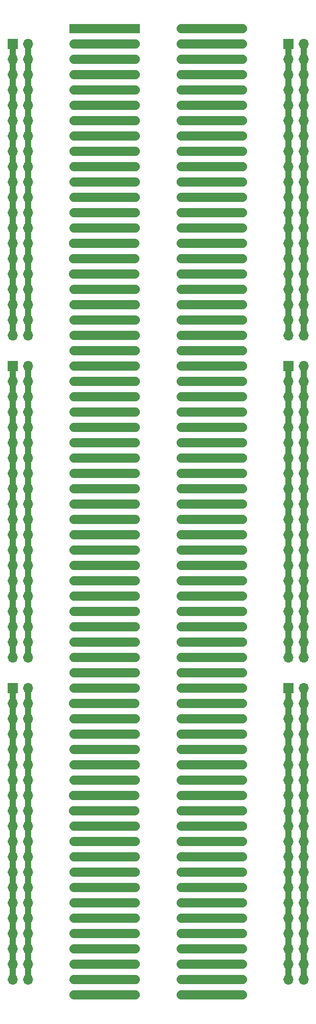
<source format=gbr>
%TF.GenerationSoftware,KiCad,Pcbnew,8.0.0*%
%TF.CreationDate,2024-03-14T18:24:49+00:00*%
%TF.ProjectId,ToastedBreadBoard128,546f6173-7465-4644-9272-656164426f61,rev?*%
%TF.SameCoordinates,Original*%
%TF.FileFunction,Copper,L1,Top*%
%TF.FilePolarity,Positive*%
%FSLAX46Y46*%
G04 Gerber Fmt 4.6, Leading zero omitted, Abs format (unit mm)*
G04 Created by KiCad (PCBNEW 8.0.0) date 2024-03-14 18:24:49*
%MOMM*%
%LPD*%
G01*
G04 APERTURE LIST*
%TA.AperFunction,ComponentPad*%
%ADD10R,1.524000X1.524000*%
%TD*%
%TA.AperFunction,ComponentPad*%
%ADD11C,1.524000*%
%TD*%
%TA.AperFunction,ComponentPad*%
%ADD12O,11.700000X1.524000*%
%TD*%
%TA.AperFunction,ComponentPad*%
%ADD13R,1.700000X1.700000*%
%TD*%
%TA.AperFunction,ComponentPad*%
%ADD14O,1.700000X1.700000*%
%TD*%
%TA.AperFunction,Conductor*%
%ADD15C,1.000000*%
%TD*%
G04 APERTURE END LIST*
D10*
%TO.P,U1,1,PIN1*%
%TO.N,unconnected-(U1-PIN1-Pad1)*%
X124460000Y-29210000D03*
D11*
X121920000Y-29210000D03*
D12*
X119380000Y-29210000D03*
D11*
X116840000Y-29210000D03*
D10*
X114300000Y-29210000D03*
D11*
%TO.P,U1,2,PIN2*%
%TO.N,unconnected-(U1-PIN2-Pad2)*%
X124460000Y-31750000D03*
X121920000Y-31750000D03*
D12*
X119380000Y-31750000D03*
D11*
X116840000Y-31750000D03*
X114300000Y-31750000D03*
%TO.P,U1,3,PIN3*%
%TO.N,unconnected-(U1-PIN3-Pad3)*%
X124460000Y-34290000D03*
X121920000Y-34290000D03*
D12*
X119380000Y-34290000D03*
D11*
X116840000Y-34290000D03*
X114300000Y-34290000D03*
%TO.P,U1,4,PIN4*%
%TO.N,unconnected-(U1-PIN4-Pad4)*%
X124460000Y-36830000D03*
X121920000Y-36830000D03*
D12*
X119380000Y-36830000D03*
D11*
X116840000Y-36830000D03*
X114300000Y-36830000D03*
%TO.P,U1,5,PIN5*%
%TO.N,unconnected-(U1-PIN5-Pad5)*%
X124460000Y-39370000D03*
X121920000Y-39370000D03*
D12*
X119380000Y-39370000D03*
D11*
X116840000Y-39370000D03*
X114300000Y-39370000D03*
%TO.P,U1,6,PIN6*%
%TO.N,unconnected-(U1-PIN6-Pad6)*%
X124460000Y-41910000D03*
X121920000Y-41910000D03*
D12*
X119380000Y-41910000D03*
D11*
X116840000Y-41910000D03*
X114300000Y-41910000D03*
%TO.P,U1,7,PIN7*%
%TO.N,unconnected-(U1-PIN7-Pad7)*%
X124460000Y-44450000D03*
X121920000Y-44450000D03*
D12*
X119380000Y-44450000D03*
D11*
X116840000Y-44450000D03*
X114300000Y-44450000D03*
%TO.P,U1,8,PIN8*%
%TO.N,unconnected-(U1-PIN8-Pad8)*%
X124460000Y-46990000D03*
X121920000Y-46990000D03*
D12*
X119380000Y-46990000D03*
D11*
X116840000Y-46990000D03*
X114300000Y-46990000D03*
%TO.P,U1,9,PIN9*%
%TO.N,unconnected-(U1-PIN9-Pad9)*%
X124460000Y-49530000D03*
X121920000Y-49530000D03*
D12*
X119380000Y-49530000D03*
D11*
X116840000Y-49530000D03*
X114300000Y-49530000D03*
%TO.P,U1,10,PIN10*%
%TO.N,unconnected-(U1-PIN10-Pad10)*%
X124460000Y-52070000D03*
X121920000Y-52070000D03*
D12*
X119380000Y-52070000D03*
D11*
X116840000Y-52070000D03*
X114300000Y-52070000D03*
%TO.P,U1,11,PIN11*%
%TO.N,unconnected-(U1-PIN11-Pad11)*%
X124460000Y-54610000D03*
X121920000Y-54610000D03*
D12*
X119380000Y-54610000D03*
D11*
X116840000Y-54610000D03*
X114300000Y-54610000D03*
%TO.P,U1,12,PIN12*%
%TO.N,unconnected-(U1-PIN12-Pad12)*%
X124460000Y-57150000D03*
X121920000Y-57150000D03*
D12*
X119380000Y-57150000D03*
D11*
X116840000Y-57150000D03*
X114300000Y-57150000D03*
%TO.P,U1,13,PIN13*%
%TO.N,unconnected-(U1-PIN13-Pad13)*%
X124460000Y-59690000D03*
X121920000Y-59690000D03*
D12*
X119380000Y-59690000D03*
D11*
X116840000Y-59690000D03*
X114300000Y-59690000D03*
%TO.P,U1,14,PIN14*%
%TO.N,unconnected-(U1-PIN14-Pad14)*%
X124460000Y-62230000D03*
X121920000Y-62230000D03*
D12*
X119380000Y-62230000D03*
D11*
X116840000Y-62230000D03*
X114300000Y-62230000D03*
%TO.P,U1,15,PIN15*%
%TO.N,unconnected-(U1-PIN15-Pad15)*%
X124360000Y-64770000D03*
X121820000Y-64770000D03*
D12*
X119280000Y-64770000D03*
D11*
X116740000Y-64770000D03*
X114200000Y-64770000D03*
%TO.P,U1,16,PIN16*%
%TO.N,unconnected-(U1-PIN16-Pad16)*%
X124360000Y-67310000D03*
X121820000Y-67310000D03*
D12*
X119280000Y-67310000D03*
D11*
X116740000Y-67310000D03*
X114200000Y-67310000D03*
%TO.P,U1,17,PIN17*%
%TO.N,unconnected-(U1-PIN17-Pad17)*%
X124360000Y-69850000D03*
X121820000Y-69850000D03*
D12*
X119280000Y-69850000D03*
D11*
X116740000Y-69850000D03*
X114200000Y-69850000D03*
%TO.P,U1,18,PIN18*%
%TO.N,unconnected-(U1-PIN18-Pad18)*%
X124460000Y-72390000D03*
X121920000Y-72390000D03*
D12*
X119380000Y-72390000D03*
D11*
X116840000Y-72390000D03*
X114300000Y-72390000D03*
%TO.P,U1,19,PIN19*%
%TO.N,unconnected-(U1-PIN19-Pad19)*%
X124460000Y-74930000D03*
X121920000Y-74930000D03*
D12*
X119380000Y-74930000D03*
D11*
X116840000Y-74930000D03*
X114300000Y-74930000D03*
%TO.P,U1,20,PIN20*%
%TO.N,unconnected-(U1-PIN20-Pad20)*%
X124460000Y-77470000D03*
X121920000Y-77470000D03*
D12*
X119380000Y-77470000D03*
D11*
X116840000Y-77470000D03*
X114300000Y-77470000D03*
%TO.P,U1,21,PIN21*%
%TO.N,unconnected-(U1-PIN21-Pad21)*%
X124460000Y-80010000D03*
X121920000Y-80010000D03*
D12*
X119380000Y-80010000D03*
D11*
X116840000Y-80010000D03*
X114300000Y-80010000D03*
%TO.P,U1,22,PIN22*%
%TO.N,unconnected-(U1-PIN22-Pad22)*%
X124460000Y-82550000D03*
X121920000Y-82550000D03*
D12*
X119380000Y-82550000D03*
D11*
X116840000Y-82550000D03*
X114300000Y-82550000D03*
%TO.P,U1,23,PIN23*%
%TO.N,unconnected-(U1-PIN23-Pad23)*%
X124460000Y-85090000D03*
X121920000Y-85090000D03*
D12*
X119380000Y-85090000D03*
D11*
X116840000Y-85090000D03*
X114300000Y-85090000D03*
%TO.P,U1,24,PIN24*%
%TO.N,unconnected-(U1-PIN24-Pad24)*%
X124460000Y-87630000D03*
X121920000Y-87630000D03*
D12*
X119380000Y-87630000D03*
D11*
X116840000Y-87630000D03*
X114300000Y-87630000D03*
%TO.P,U1,25,PIN25*%
%TO.N,unconnected-(U1-PIN25-Pad25)*%
X124460000Y-90170000D03*
X121920000Y-90170000D03*
D12*
X119380000Y-90170000D03*
D11*
X116840000Y-90170000D03*
X114300000Y-90170000D03*
%TO.P,U1,26,PIN26*%
%TO.N,unconnected-(U1-PIN26-Pad26)*%
X124460000Y-92710000D03*
X121920000Y-92710000D03*
D12*
X119380000Y-92710000D03*
D11*
X116840000Y-92710000D03*
X114300000Y-92710000D03*
%TO.P,U1,27,PIN27*%
%TO.N,unconnected-(U1-PIN27-Pad27)*%
X124460000Y-95250000D03*
X121920000Y-95250000D03*
D12*
X119380000Y-95250000D03*
D11*
X116840000Y-95250000D03*
X114300000Y-95250000D03*
%TO.P,U1,28,PIN28*%
%TO.N,unconnected-(U1-PIN28-Pad28)*%
X124460000Y-97790000D03*
X121920000Y-97790000D03*
D12*
X119380000Y-97790000D03*
D11*
X116840000Y-97790000D03*
X114300000Y-97790000D03*
%TO.P,U1,29,PIN29*%
%TO.N,unconnected-(U1-PIN29-Pad29)*%
X124460000Y-100330000D03*
X121820000Y-100330000D03*
D12*
X119380000Y-100330000D03*
D11*
X116740000Y-100330000D03*
X114300000Y-100330000D03*
%TO.P,U1,30,PIN30*%
%TO.N,unconnected-(U1-PIN30-Pad30)*%
X124460000Y-102870000D03*
X121920000Y-102870000D03*
D12*
X119380000Y-102870000D03*
D11*
X116840000Y-102870000D03*
X114300000Y-102870000D03*
%TO.P,U1,31,PIN31*%
%TO.N,unconnected-(U1-PIN31-Pad31)*%
X124460000Y-105410000D03*
X121920000Y-105410000D03*
D12*
X119380000Y-105410000D03*
D11*
X116840000Y-105410000D03*
X114300000Y-105410000D03*
%TO.P,U1,32,PIN32*%
%TO.N,unconnected-(U1-PIN32-Pad32)*%
X124460000Y-107950000D03*
X121920000Y-107950000D03*
D12*
X119380000Y-107950000D03*
D11*
X116840000Y-107950000D03*
X114300000Y-107950000D03*
%TO.P,U1,33,PIN33*%
%TO.N,unconnected-(U1-PIN33-Pad33)*%
X124460000Y-110490000D03*
X121920000Y-110490000D03*
D12*
X119380000Y-110490000D03*
D11*
X116840000Y-110490000D03*
X114300000Y-110490000D03*
%TO.P,U1,34,PIN34*%
%TO.N,unconnected-(U1-PIN34-Pad34)*%
X124460000Y-113030000D03*
X121920000Y-113030000D03*
D12*
X119380000Y-113030000D03*
D11*
X116840000Y-113030000D03*
X114300000Y-113030000D03*
%TO.P,U1,35,PIN35*%
%TO.N,unconnected-(U1-PIN35-Pad35)*%
X124460000Y-115570000D03*
X121920000Y-115570000D03*
D12*
X119380000Y-115570000D03*
D11*
X116840000Y-115570000D03*
X114300000Y-115570000D03*
%TO.P,U1,36,PIN36*%
%TO.N,unconnected-(U1-PIN36-Pad36)*%
X124460000Y-118110000D03*
X121920000Y-118110000D03*
D12*
X119380000Y-118110000D03*
D11*
X116840000Y-118110000D03*
X114300000Y-118110000D03*
%TO.P,U1,37,PIN37*%
%TO.N,unconnected-(U1-PIN37-Pad37)*%
X124460000Y-120650000D03*
X121920000Y-120650000D03*
D12*
X119380000Y-120650000D03*
D11*
X116840000Y-120650000D03*
X114300000Y-120650000D03*
%TO.P,U1,38,PIN38*%
%TO.N,unconnected-(U1-PIN38-Pad38)*%
X124460000Y-123190000D03*
X121920000Y-123190000D03*
D12*
X119380000Y-123190000D03*
D11*
X116840000Y-123190000D03*
X114300000Y-123190000D03*
%TO.P,U1,39,PIN39*%
%TO.N,unconnected-(U1-PIN39-Pad39)*%
X124460000Y-125730000D03*
X121920000Y-125730000D03*
D12*
X119380000Y-125730000D03*
D11*
X116840000Y-125730000D03*
X114300000Y-125730000D03*
%TO.P,U1,40,PIN40*%
%TO.N,unconnected-(U1-PIN40-Pad40)*%
X124460000Y-128270000D03*
X121920000Y-128270000D03*
D12*
X119380000Y-128270000D03*
D11*
X116840000Y-128270000D03*
X114300000Y-128270000D03*
%TO.P,U1,41,PIN41*%
%TO.N,unconnected-(U1-PIN41-Pad41)*%
X124460000Y-130810000D03*
X121920000Y-130810000D03*
D12*
X119380000Y-130810000D03*
D11*
X116840000Y-130810000D03*
X114300000Y-130810000D03*
%TO.P,U1,42,PIN42*%
%TO.N,unconnected-(U1-PIN42-Pad42)*%
X124460000Y-133350000D03*
X121920000Y-133350000D03*
D12*
X119380000Y-133350000D03*
D11*
X116840000Y-133350000D03*
X114300000Y-133350000D03*
%TO.P,U1,43,PIN43*%
%TO.N,unconnected-(U1-PIN43-Pad43)*%
X124460000Y-135890000D03*
X121920000Y-135890000D03*
D12*
X119380000Y-135890000D03*
D11*
X116840000Y-135890000D03*
X114300000Y-135890000D03*
%TO.P,U1,44,PIN44*%
%TO.N,unconnected-(U1-PIN44-Pad44)*%
X124460000Y-138430000D03*
X121920000Y-138430000D03*
D12*
X119380000Y-138430000D03*
D11*
X116840000Y-138430000D03*
X114300000Y-138430000D03*
%TO.P,U1,45,PIN45*%
%TO.N,unconnected-(U1-PIN45-Pad45)*%
X124360000Y-140970000D03*
X121820000Y-140970000D03*
D12*
X119280000Y-140970000D03*
D11*
X116740000Y-140970000D03*
X114200000Y-140970000D03*
%TO.P,U1,46,PIN46*%
%TO.N,unconnected-(U1-PIN46-Pad46)*%
X124460000Y-143510000D03*
X121920000Y-143510000D03*
D12*
X119380000Y-143510000D03*
D11*
X116840000Y-143510000D03*
X114300000Y-143510000D03*
%TO.P,U1,47,PIN47*%
%TO.N,unconnected-(U1-PIN47-Pad47)*%
X124460000Y-146050000D03*
X121920000Y-146050000D03*
D12*
X119380000Y-146050000D03*
D11*
X116840000Y-146050000D03*
X114300000Y-146050000D03*
%TO.P,U1,48,PIN48*%
%TO.N,unconnected-(U1-PIN48-Pad48)*%
X124460000Y-148590000D03*
X121920000Y-148590000D03*
D12*
X119380000Y-148590000D03*
D11*
X116840000Y-148590000D03*
X114300000Y-148590000D03*
%TO.P,U1,49,PIN49*%
%TO.N,unconnected-(U1-PIN49-Pad49)*%
X124460000Y-151130000D03*
X121920000Y-151130000D03*
D12*
X119380000Y-151130000D03*
D11*
X116840000Y-151130000D03*
X114300000Y-151130000D03*
%TO.P,U1,50,PIN50*%
%TO.N,unconnected-(U1-PIN50-Pad50)*%
X124460000Y-153670000D03*
X121920000Y-153670000D03*
D12*
X119380000Y-153670000D03*
D11*
X116840000Y-153670000D03*
X114300000Y-153670000D03*
%TO.P,U1,51,PIN51*%
%TO.N,unconnected-(U1-PIN51-Pad51)*%
X124360000Y-156210000D03*
X121820000Y-156210000D03*
D12*
X119280000Y-156210000D03*
D11*
X116740000Y-156210000D03*
X114200000Y-156210000D03*
%TO.P,U1,52,PIN52*%
%TO.N,unconnected-(U1-PIN52-Pad52)*%
X124360000Y-158750000D03*
X121820000Y-158750000D03*
D12*
X119280000Y-158750000D03*
D11*
X116740000Y-158750000D03*
X114200000Y-158750000D03*
%TO.P,U1,53,PIN53*%
%TO.N,unconnected-(U1-PIN53-Pad53)*%
X124460000Y-161290000D03*
X121920000Y-161290000D03*
D12*
X119380000Y-161290000D03*
D11*
X116840000Y-161290000D03*
X114300000Y-161290000D03*
%TO.P,U1,54,PIN54*%
%TO.N,unconnected-(U1-PIN54-Pad54)*%
X124460000Y-163830000D03*
X121920000Y-163830000D03*
D12*
X119380000Y-163830000D03*
D11*
X116840000Y-163830000D03*
X114300000Y-163830000D03*
%TO.P,U1,55,PIN55*%
%TO.N,unconnected-(U1-PIN55-Pad55)*%
X124460000Y-166370000D03*
X121920000Y-166370000D03*
D12*
X119380000Y-166370000D03*
D11*
X116840000Y-166370000D03*
X114300000Y-166370000D03*
%TO.P,U1,56,PIN56*%
%TO.N,unconnected-(U1-PIN56-Pad56)*%
X124460000Y-168910000D03*
X121920000Y-168910000D03*
D12*
X119380000Y-168910000D03*
D11*
X116840000Y-168910000D03*
X114300000Y-168910000D03*
%TO.P,U1,57,PIN57*%
%TO.N,unconnected-(U1-PIN57-Pad57)*%
X124460000Y-171450000D03*
X121920000Y-171450000D03*
D12*
X119380000Y-171450000D03*
D11*
X116840000Y-171450000D03*
X114300000Y-171450000D03*
%TO.P,U1,58,PIN58*%
%TO.N,unconnected-(U1-PIN58-Pad58)*%
X124460000Y-173990000D03*
X121920000Y-173990000D03*
D12*
X119380000Y-173990000D03*
D11*
X116840000Y-173990000D03*
X114300000Y-173990000D03*
%TO.P,U1,59,PIN59*%
%TO.N,unconnected-(U1-PIN59-Pad59)*%
X124460000Y-176530000D03*
X121920000Y-176530000D03*
D12*
X119380000Y-176530000D03*
D11*
X116840000Y-176530000D03*
X114300000Y-176530000D03*
%TO.P,U1,60,PIN60*%
%TO.N,unconnected-(U1-PIN60-Pad60)*%
X124460000Y-179070000D03*
X121920000Y-179070000D03*
D12*
X119380000Y-179070000D03*
D11*
X116840000Y-179070000D03*
X114300000Y-179070000D03*
%TO.P,U1,61,PIN61*%
%TO.N,unconnected-(U1-PIN61-Pad61)*%
X124460000Y-181610000D03*
X121920000Y-181610000D03*
D12*
X119380000Y-181610000D03*
D11*
X116840000Y-181610000D03*
X114300000Y-181610000D03*
%TO.P,U1,62,PIN62*%
%TO.N,unconnected-(U1-PIN62-Pad62)*%
X124460000Y-184150000D03*
X121920000Y-184150000D03*
D12*
X119380000Y-184150000D03*
D11*
X116840000Y-184150000D03*
X114300000Y-184150000D03*
%TO.P,U1,63,PIN63*%
%TO.N,unconnected-(U1-PIN63-Pad63)*%
X124460000Y-186690000D03*
X121920000Y-186690000D03*
D12*
X119380000Y-186690000D03*
D11*
X116840000Y-186690000D03*
X114300000Y-186690000D03*
%TO.P,U1,64,PIN64*%
%TO.N,unconnected-(U1-PIN64-Pad64)*%
X124460000Y-189230000D03*
X121920000Y-189230000D03*
D12*
X119380000Y-189230000D03*
D11*
X116840000Y-189230000D03*
X114300000Y-189230000D03*
%TO.P,U1,65,PIN65*%
%TO.N,unconnected-(U1-PIN65-Pad65)*%
X142240000Y-189230000D03*
X139700000Y-189230000D03*
D12*
X137160000Y-189230000D03*
D11*
X134620000Y-189230000D03*
X132080000Y-189230000D03*
%TO.P,U1,66,PIN66*%
%TO.N,unconnected-(U1-PIN66-Pad66)*%
X142240000Y-186690000D03*
X139700000Y-186690000D03*
D12*
X137160000Y-186690000D03*
D11*
X134620000Y-186690000D03*
X132080000Y-186690000D03*
%TO.P,U1,67,PIN67*%
%TO.N,unconnected-(U1-PIN67-Pad67)*%
X142240000Y-184150000D03*
X139700000Y-184150000D03*
D12*
X137160000Y-184150000D03*
D11*
X134620000Y-184150000D03*
X132080000Y-184150000D03*
%TO.P,U1,68,PIN68*%
%TO.N,unconnected-(U1-PIN68-Pad68)*%
X142240000Y-181610000D03*
X139700000Y-181610000D03*
D12*
X137160000Y-181610000D03*
D11*
X134620000Y-181610000D03*
X132080000Y-181610000D03*
%TO.P,U1,69,PIN69*%
%TO.N,unconnected-(U1-PIN69-Pad69)*%
X142240000Y-179070000D03*
X139700000Y-179070000D03*
D12*
X137160000Y-179070000D03*
D11*
X134620000Y-179070000D03*
X132080000Y-179070000D03*
%TO.P,U1,70,PIN70*%
%TO.N,unconnected-(U1-PIN70-Pad70)*%
X142240000Y-176530000D03*
X139700000Y-176530000D03*
D12*
X137160000Y-176530000D03*
D11*
X134620000Y-176530000D03*
X132080000Y-176530000D03*
%TO.P,U1,71,PIN71*%
%TO.N,unconnected-(U1-PIN71-Pad71)*%
X142240000Y-173990000D03*
X139700000Y-173990000D03*
D12*
X137160000Y-173990000D03*
D11*
X134620000Y-173990000D03*
X132080000Y-173990000D03*
%TO.P,U1,72,PIN72*%
%TO.N,unconnected-(U1-PIN72-Pad72)*%
X142240000Y-171450000D03*
X139700000Y-171450000D03*
D12*
X137160000Y-171450000D03*
D11*
X134620000Y-171450000D03*
X132080000Y-171450000D03*
%TO.P,U1,73,PIN73*%
%TO.N,unconnected-(U1-PIN73-Pad73)*%
X142240000Y-168910000D03*
X139700000Y-168910000D03*
D12*
X137160000Y-168910000D03*
D11*
X134620000Y-168910000D03*
X132080000Y-168910000D03*
%TO.P,U1,74,PIN74*%
%TO.N,unconnected-(U1-PIN74-Pad74)*%
X142240000Y-166370000D03*
X139700000Y-166370000D03*
D12*
X137160000Y-166370000D03*
D11*
X134620000Y-166370000D03*
X132080000Y-166370000D03*
%TO.P,U1,75,PIN75*%
%TO.N,unconnected-(U1-PIN75-Pad75)*%
X142240000Y-163830000D03*
X139700000Y-163830000D03*
D12*
X137160000Y-163830000D03*
D11*
X134620000Y-163830000D03*
X132080000Y-163830000D03*
%TO.P,U1,76,PIN76*%
%TO.N,unconnected-(U1-PIN76-Pad76)*%
X142240000Y-161290000D03*
X139700000Y-161290000D03*
D12*
X137160000Y-161290000D03*
D11*
X134620000Y-161290000D03*
X132080000Y-161290000D03*
%TO.P,U1,77,PIN77*%
%TO.N,unconnected-(U1-PIN77-Pad77)*%
X142240000Y-158750000D03*
X139700000Y-158750000D03*
D12*
X137160000Y-158750000D03*
D11*
X134620000Y-158750000D03*
X132080000Y-158750000D03*
%TO.P,U1,78,PIN78*%
%TO.N,unconnected-(U1-PIN78-Pad78)*%
X142240000Y-156210000D03*
X139700000Y-156210000D03*
D12*
X137160000Y-156210000D03*
D11*
X134620000Y-156210000D03*
X132080000Y-156210000D03*
%TO.P,U1,79,PIN79*%
%TO.N,unconnected-(U1-PIN79-Pad79)*%
X142240000Y-153670000D03*
X139700000Y-153670000D03*
D12*
X137160000Y-153670000D03*
D11*
X134620000Y-153670000D03*
X132080000Y-153670000D03*
%TO.P,U1,80,PIN80*%
%TO.N,unconnected-(U1-PIN80-Pad80)*%
X142240000Y-151130000D03*
X139700000Y-151130000D03*
D12*
X137160000Y-151130000D03*
D11*
X134620000Y-151130000D03*
X132080000Y-151130000D03*
%TO.P,U1,81,PIN81*%
%TO.N,unconnected-(U1-PIN81-Pad81)*%
X142240000Y-148590000D03*
X139700000Y-148590000D03*
D12*
X137160000Y-148590000D03*
D11*
X134620000Y-148590000D03*
X132080000Y-148590000D03*
%TO.P,U1,82,PIN82*%
%TO.N,unconnected-(U1-PIN82-Pad82)*%
X142240000Y-146050000D03*
X139700000Y-146050000D03*
D12*
X137160000Y-146050000D03*
D11*
X134620000Y-146050000D03*
X132080000Y-146050000D03*
%TO.P,U1,83,PIN83*%
%TO.N,unconnected-(U1-PIN83-Pad83)*%
X142240000Y-143510000D03*
X139700000Y-143510000D03*
D12*
X137160000Y-143510000D03*
D11*
X134620000Y-143510000D03*
X132080000Y-143510000D03*
%TO.P,U1,84,PIN84*%
%TO.N,unconnected-(U1-PIN84-Pad84)*%
X142240000Y-140970000D03*
X139700000Y-140970000D03*
D12*
X137160000Y-140970000D03*
D11*
X134620000Y-140970000D03*
X132080000Y-140970000D03*
%TO.P,U1,85,PIN85*%
%TO.N,unconnected-(U1-PIN85-Pad85)*%
X142240000Y-138430000D03*
X139700000Y-138430000D03*
D12*
X137160000Y-138430000D03*
D11*
X134620000Y-138430000D03*
X132080000Y-138430000D03*
%TO.P,U1,86,PIN86*%
%TO.N,unconnected-(U1-PIN86-Pad86)*%
X142240000Y-135890000D03*
X139700000Y-135890000D03*
D12*
X137160000Y-135890000D03*
D11*
X134620000Y-135890000D03*
X132080000Y-135890000D03*
%TO.P,U1,87,PIN87*%
%TO.N,unconnected-(U1-PIN87-Pad87)*%
X142240000Y-133350000D03*
X139700000Y-133350000D03*
D12*
X137160000Y-133350000D03*
D11*
X134620000Y-133350000D03*
X132080000Y-133350000D03*
%TO.P,U1,88,PIN88*%
%TO.N,unconnected-(U1-PIN88-Pad88)*%
X142240000Y-130810000D03*
X139700000Y-130810000D03*
D12*
X137160000Y-130810000D03*
D11*
X134620000Y-130810000D03*
X132080000Y-130810000D03*
%TO.P,U1,89,PIN89*%
%TO.N,unconnected-(U1-PIN89-Pad89)*%
X142240000Y-128270000D03*
X139700000Y-128270000D03*
D12*
X137160000Y-128270000D03*
D11*
X134620000Y-128270000D03*
X132080000Y-128270000D03*
%TO.P,U1,90,PIN90*%
%TO.N,unconnected-(U1-PIN90-Pad90)*%
X142240000Y-125730000D03*
X139700000Y-125730000D03*
D12*
X137160000Y-125730000D03*
D11*
X134620000Y-125730000D03*
X132080000Y-125730000D03*
%TO.P,U1,91,PIN91*%
%TO.N,unconnected-(U1-PIN91-Pad91)*%
X142240000Y-123190000D03*
X139700000Y-123190000D03*
D12*
X137160000Y-123190000D03*
D11*
X134620000Y-123190000D03*
X132080000Y-123190000D03*
%TO.P,U1,92,PIN92*%
%TO.N,unconnected-(U1-PIN92-Pad92)*%
X142240000Y-120650000D03*
X139700000Y-120650000D03*
D12*
X137160000Y-120650000D03*
D11*
X134620000Y-120650000D03*
X132080000Y-120650000D03*
%TO.P,U1,93,PIN93*%
%TO.N,unconnected-(U1-PIN93-Pad93)*%
X142240000Y-118110000D03*
X139700000Y-118110000D03*
D12*
X137160000Y-118110000D03*
D11*
X134620000Y-118110000D03*
X132080000Y-118110000D03*
%TO.P,U1,94,PIN94*%
%TO.N,unconnected-(U1-PIN94-Pad94)*%
X142240000Y-115570000D03*
X139700000Y-115570000D03*
D12*
X137160000Y-115570000D03*
D11*
X134620000Y-115570000D03*
X132080000Y-115570000D03*
%TO.P,U1,95,PIN95*%
%TO.N,unconnected-(U1-PIN95-Pad95)*%
X142240000Y-113030000D03*
X139700000Y-113030000D03*
D12*
X137160000Y-113030000D03*
D11*
X134620000Y-113030000D03*
X132080000Y-113030000D03*
%TO.P,U1,96,PIN96*%
%TO.N,unconnected-(U1-PIN96-Pad96)*%
X142240000Y-110490000D03*
X139700000Y-110490000D03*
D12*
X137160000Y-110490000D03*
D11*
X134620000Y-110490000D03*
X132080000Y-110490000D03*
%TO.P,U1,97,PIN97*%
%TO.N,unconnected-(U1-PIN97-Pad97)*%
X142240000Y-107950000D03*
X139700000Y-107950000D03*
D12*
X137160000Y-107950000D03*
D11*
X134620000Y-107950000D03*
X132080000Y-107950000D03*
%TO.P,U1,98,PIN98*%
%TO.N,unconnected-(U1-PIN98-Pad98)*%
X142240000Y-105410000D03*
X139700000Y-105410000D03*
D12*
X137160000Y-105410000D03*
D11*
X134620000Y-105410000D03*
X132080000Y-105410000D03*
%TO.P,U1,99,PIN99*%
%TO.N,unconnected-(U1-PIN99-Pad99)*%
X142240000Y-102870000D03*
X139700000Y-102870000D03*
D12*
X137160000Y-102870000D03*
D11*
X134620000Y-102870000D03*
X132080000Y-102870000D03*
%TO.P,U1,100,PIN100*%
%TO.N,unconnected-(U1-PIN100-Pad100)*%
X142240000Y-100330000D03*
X139700000Y-100330000D03*
D12*
X137160000Y-100330000D03*
D11*
X134620000Y-100330000D03*
X132080000Y-100330000D03*
%TO.P,U1,101,PIN101*%
%TO.N,unconnected-(U1-PIN101-Pad101)*%
X142240000Y-97790000D03*
X139700000Y-97790000D03*
D12*
X137160000Y-97790000D03*
D11*
X134620000Y-97790000D03*
X132080000Y-97790000D03*
%TO.P,U1,102,PIN102*%
%TO.N,unconnected-(U1-PIN102-Pad102)*%
X142240000Y-95250000D03*
X139700000Y-95250000D03*
D12*
X137160000Y-95250000D03*
D11*
X134620000Y-95250000D03*
X132080000Y-95250000D03*
%TO.P,U1,103,PIN103*%
%TO.N,unconnected-(U1-PIN103-Pad103)*%
X142240000Y-92710000D03*
X139700000Y-92710000D03*
D12*
X137160000Y-92710000D03*
D11*
X134620000Y-92710000D03*
X132080000Y-92710000D03*
%TO.P,U1,104,PIN104*%
%TO.N,unconnected-(U1-PIN104-Pad104)*%
X142240000Y-90170000D03*
X139700000Y-90170000D03*
D12*
X137160000Y-90170000D03*
D11*
X134620000Y-90170000D03*
X132080000Y-90170000D03*
%TO.P,U1,105,PIN105*%
%TO.N,unconnected-(U1-PIN105-Pad105)*%
X142240000Y-87630000D03*
X139700000Y-87630000D03*
D12*
X137160000Y-87630000D03*
D11*
X134620000Y-87630000D03*
X132080000Y-87630000D03*
%TO.P,U1,106,PIN106*%
%TO.N,unconnected-(U1-PIN106-Pad106)*%
X142240000Y-85090000D03*
X139700000Y-85090000D03*
D12*
X137160000Y-85090000D03*
D11*
X134620000Y-85090000D03*
X132080000Y-85090000D03*
%TO.P,U1,107,PIN107*%
%TO.N,unconnected-(U1-PIN107-Pad107)*%
X142240000Y-82550000D03*
X139700000Y-82550000D03*
D12*
X137160000Y-82550000D03*
D11*
X134620000Y-82550000D03*
X132080000Y-82550000D03*
%TO.P,U1,108,PIN108*%
%TO.N,unconnected-(U1-PIN108-Pad108)*%
X142240000Y-80010000D03*
X139700000Y-80010000D03*
D12*
X137160000Y-80010000D03*
D11*
X134620000Y-80010000D03*
X132080000Y-80010000D03*
%TO.P,U1,109,PIN109*%
%TO.N,unconnected-(U1-PIN109-Pad109)*%
X142240000Y-77470000D03*
X139700000Y-77470000D03*
D12*
X137160000Y-77470000D03*
D11*
X134620000Y-77470000D03*
X132080000Y-77470000D03*
%TO.P,U1,110,PIN110*%
%TO.N,unconnected-(U1-PIN110-Pad110)*%
X142240000Y-74930000D03*
X139700000Y-74930000D03*
D12*
X137160000Y-74930000D03*
D11*
X134620000Y-74930000D03*
X132080000Y-74930000D03*
%TO.P,U1,111,PIN111*%
%TO.N,unconnected-(U1-PIN111-Pad111)*%
X142240000Y-72390000D03*
X139700000Y-72390000D03*
D12*
X137160000Y-72390000D03*
D11*
X134620000Y-72390000D03*
X132080000Y-72390000D03*
%TO.P,U1,112,PIN112*%
%TO.N,unconnected-(U1-PIN112-Pad112)*%
X142240000Y-69850000D03*
X139700000Y-69850000D03*
D12*
X137160000Y-69850000D03*
D11*
X134620000Y-69850000D03*
X132080000Y-69850000D03*
%TO.P,U1,113,PIN113*%
%TO.N,unconnected-(U1-PIN113-Pad113)*%
X142240000Y-67310000D03*
X139700000Y-67310000D03*
D12*
X137160000Y-67310000D03*
D11*
X134620000Y-67310000D03*
X132080000Y-67310000D03*
%TO.P,U1,114,PIN114*%
%TO.N,unconnected-(U1-PIN114-Pad114)*%
X142240000Y-64770000D03*
X139700000Y-64770000D03*
D12*
X137160000Y-64770000D03*
D11*
X134620000Y-64770000D03*
X132080000Y-64770000D03*
%TO.P,U1,115,PIN115*%
%TO.N,unconnected-(U1-PIN115-Pad115)*%
X142240000Y-62230000D03*
X139700000Y-62230000D03*
D12*
X137160000Y-62230000D03*
D11*
X134620000Y-62230000D03*
X132080000Y-62230000D03*
%TO.P,U1,116,PIN116*%
%TO.N,unconnected-(U1-PIN116-Pad116)*%
X142240000Y-59690000D03*
X139700000Y-59690000D03*
D12*
X137160000Y-59690000D03*
D11*
X134620000Y-59690000D03*
X132080000Y-59690000D03*
%TO.P,U1,117,PIN117*%
%TO.N,unconnected-(U1-PIN117-Pad117)*%
X142240000Y-57150000D03*
X139700000Y-57150000D03*
D12*
X137160000Y-57150000D03*
D11*
X134620000Y-57150000D03*
X132080000Y-57150000D03*
%TO.P,U1,118,PIN118*%
%TO.N,unconnected-(U1-PIN118-Pad118)*%
X142240000Y-54610000D03*
X139700000Y-54610000D03*
D12*
X137160000Y-54610000D03*
D11*
X134620000Y-54610000D03*
X132080000Y-54610000D03*
%TO.P,U1,119,PIN119*%
%TO.N,unconnected-(U1-PIN119-Pad119)*%
X142240000Y-52070000D03*
X139700000Y-52070000D03*
D12*
X137160000Y-52070000D03*
D11*
X134620000Y-52070000D03*
X132080000Y-52070000D03*
%TO.P,U1,120,PIN120*%
%TO.N,unconnected-(U1-PIN120-Pad120)*%
X142240000Y-49530000D03*
X139700000Y-49530000D03*
D12*
X137160000Y-49530000D03*
D11*
X134620000Y-49530000D03*
X132080000Y-49530000D03*
%TO.P,U1,121,PIN121*%
%TO.N,unconnected-(U1-PIN121-Pad121)*%
X142240000Y-46990000D03*
X139700000Y-46990000D03*
D12*
X137160000Y-46990000D03*
D11*
X134620000Y-46990000D03*
X132080000Y-46990000D03*
%TO.P,U1,122,PIN122*%
%TO.N,unconnected-(U1-PIN122-Pad122)*%
X142240000Y-44450000D03*
X139700000Y-44450000D03*
D12*
X137160000Y-44450000D03*
D11*
X134620000Y-44450000D03*
X132080000Y-44450000D03*
%TO.P,U1,123,PIN123*%
%TO.N,unconnected-(U1-PIN123-Pad123)*%
X142240000Y-41910000D03*
X139700000Y-41910000D03*
D12*
X137160000Y-41910000D03*
D11*
X134620000Y-41910000D03*
X132080000Y-41910000D03*
%TO.P,U1,124,PIN124*%
%TO.N,unconnected-(U1-PIN124-Pad124)*%
X142240000Y-39370000D03*
X139700000Y-39370000D03*
D12*
X137160000Y-39370000D03*
D11*
X134620000Y-39370000D03*
X132080000Y-39370000D03*
%TO.P,U1,125,PIN125*%
%TO.N,unconnected-(U1-PIN125-Pad125)*%
X142240000Y-36830000D03*
X139700000Y-36830000D03*
D12*
X137160000Y-36830000D03*
D11*
X134620000Y-36830000D03*
X132080000Y-36830000D03*
%TO.P,U1,126,PIN126*%
%TO.N,unconnected-(U1-PIN126-Pad126)*%
X142240000Y-34290000D03*
X139700000Y-34290000D03*
D12*
X137160000Y-34290000D03*
D11*
X134620000Y-34290000D03*
X132080000Y-34290000D03*
%TO.P,U1,127,PIN125*%
%TO.N,unconnected-(U1-PIN125-Pad127)*%
X142240000Y-31750000D03*
X139700000Y-31750000D03*
D12*
X137160000Y-31750000D03*
D11*
X134620000Y-31750000D03*
X132080000Y-31750000D03*
%TO.P,U1,128,PIN126*%
%TO.N,unconnected-(U1-PIN126-Pad128)*%
X142240000Y-29210000D03*
X139700000Y-29210000D03*
D12*
X137160000Y-29210000D03*
D11*
X134620000Y-29210000D03*
X132080000Y-29210000D03*
%TD*%
D13*
%TO.P,J6,1,Pin_1*%
%TO.N,Net-(J6-Pin_1)*%
X149860000Y-138430000D03*
D14*
%TO.P,J6,2,Pin_2*%
%TO.N,Net-(J6-Pin_10)*%
X152400000Y-138430000D03*
%TO.P,J6,3,Pin_3*%
%TO.N,Net-(J6-Pin_1)*%
X149860000Y-140970000D03*
%TO.P,J6,4,Pin_4*%
%TO.N,Net-(J6-Pin_10)*%
X152400000Y-140970000D03*
%TO.P,J6,5,Pin_5*%
%TO.N,Net-(J6-Pin_1)*%
X149860000Y-143510000D03*
%TO.P,J6,6,Pin_6*%
%TO.N,Net-(J6-Pin_10)*%
X152400000Y-143510000D03*
%TO.P,J6,7,Pin_7*%
%TO.N,Net-(J6-Pin_1)*%
X149860000Y-146050000D03*
%TO.P,J6,8,Pin_8*%
%TO.N,Net-(J6-Pin_10)*%
X152400000Y-146050000D03*
%TO.P,J6,9,Pin_9*%
%TO.N,Net-(J6-Pin_1)*%
X149860000Y-148590000D03*
%TO.P,J6,10,Pin_10*%
%TO.N,Net-(J6-Pin_10)*%
X152400000Y-148590000D03*
%TO.P,J6,11,Pin_11*%
%TO.N,Net-(J6-Pin_1)*%
X149860000Y-151130000D03*
%TO.P,J6,12,Pin_12*%
%TO.N,Net-(J6-Pin_10)*%
X152400000Y-151130000D03*
%TO.P,J6,13,Pin_13*%
%TO.N,Net-(J6-Pin_1)*%
X149860000Y-153670000D03*
%TO.P,J6,14,Pin_14*%
%TO.N,Net-(J6-Pin_10)*%
X152400000Y-153670000D03*
%TO.P,J6,15,Pin_15*%
%TO.N,Net-(J6-Pin_1)*%
X149860000Y-156210000D03*
%TO.P,J6,16,Pin_16*%
%TO.N,Net-(J6-Pin_10)*%
X152400000Y-156210000D03*
%TO.P,J6,17,Pin_17*%
%TO.N,Net-(J6-Pin_1)*%
X149860000Y-158750000D03*
%TO.P,J6,18,Pin_18*%
%TO.N,Net-(J6-Pin_10)*%
X152400000Y-158750000D03*
%TO.P,J6,19,Pin_19*%
%TO.N,Net-(J6-Pin_1)*%
X149860000Y-161290000D03*
%TO.P,J6,20,Pin_20*%
%TO.N,Net-(J6-Pin_10)*%
X152400000Y-161290000D03*
%TO.P,J6,21,Pin_21*%
%TO.N,Net-(J6-Pin_1)*%
X149860000Y-163830000D03*
%TO.P,J6,22,Pin_22*%
%TO.N,Net-(J6-Pin_10)*%
X152400000Y-163830000D03*
%TO.P,J6,23,Pin_23*%
%TO.N,Net-(J6-Pin_1)*%
X149860000Y-166370000D03*
%TO.P,J6,24,Pin_24*%
%TO.N,Net-(J6-Pin_10)*%
X152400000Y-166370000D03*
%TO.P,J6,25,Pin_25*%
%TO.N,Net-(J6-Pin_1)*%
X149860000Y-168910000D03*
%TO.P,J6,26,Pin_26*%
%TO.N,Net-(J6-Pin_10)*%
X152400000Y-168910000D03*
%TO.P,J6,27,Pin_27*%
%TO.N,Net-(J6-Pin_1)*%
X149860000Y-171450000D03*
%TO.P,J6,28,Pin_28*%
%TO.N,Net-(J6-Pin_10)*%
X152400000Y-171450000D03*
%TO.P,J6,29,Pin_29*%
%TO.N,Net-(J6-Pin_1)*%
X149860000Y-173990000D03*
%TO.P,J6,30,Pin_30*%
%TO.N,Net-(J6-Pin_10)*%
X152400000Y-173990000D03*
%TO.P,J6,31,Pin_31*%
%TO.N,Net-(J6-Pin_1)*%
X149860000Y-176530000D03*
%TO.P,J6,32,Pin_32*%
%TO.N,Net-(J6-Pin_10)*%
X152400000Y-176530000D03*
%TO.P,J6,33,Pin_33*%
%TO.N,Net-(J6-Pin_1)*%
X149860000Y-179070000D03*
%TO.P,J6,34,Pin_34*%
%TO.N,Net-(J6-Pin_10)*%
X152400000Y-179070000D03*
%TO.P,J6,35,Pin_35*%
%TO.N,Net-(J6-Pin_1)*%
X149860000Y-181610000D03*
%TO.P,J6,36,Pin_36*%
%TO.N,Net-(J6-Pin_10)*%
X152400000Y-181610000D03*
%TO.P,J6,37,Pin_37*%
%TO.N,Net-(J6-Pin_1)*%
X149860000Y-184150000D03*
%TO.P,J6,38,Pin_38*%
%TO.N,Net-(J6-Pin_10)*%
X152400000Y-184150000D03*
%TO.P,J6,39,Pin_39*%
%TO.N,Net-(J6-Pin_1)*%
X149860000Y-186690000D03*
%TO.P,J6,40,Pin_40*%
%TO.N,Net-(J6-Pin_10)*%
X152400000Y-186690000D03*
%TD*%
D13*
%TO.P,J4,1,Pin_1*%
%TO.N,Net-(J4-Pin_1)*%
X149860000Y-31750000D03*
D14*
%TO.P,J4,2,Pin_2*%
%TO.N,Net-(J4-Pin_10)*%
X152400000Y-31750000D03*
%TO.P,J4,3,Pin_3*%
%TO.N,Net-(J4-Pin_1)*%
X149860000Y-34290000D03*
%TO.P,J4,4,Pin_4*%
%TO.N,Net-(J4-Pin_10)*%
X152400000Y-34290000D03*
%TO.P,J4,5,Pin_5*%
%TO.N,Net-(J4-Pin_1)*%
X149860000Y-36830000D03*
%TO.P,J4,6,Pin_6*%
%TO.N,Net-(J4-Pin_10)*%
X152400000Y-36830000D03*
%TO.P,J4,7,Pin_7*%
%TO.N,Net-(J4-Pin_1)*%
X149860000Y-39370000D03*
%TO.P,J4,8,Pin_8*%
%TO.N,Net-(J4-Pin_10)*%
X152400000Y-39370000D03*
%TO.P,J4,9,Pin_9*%
%TO.N,Net-(J4-Pin_1)*%
X149860000Y-41910000D03*
%TO.P,J4,10,Pin_10*%
%TO.N,Net-(J4-Pin_10)*%
X152400000Y-41910000D03*
%TO.P,J4,11,Pin_11*%
%TO.N,Net-(J4-Pin_1)*%
X149860000Y-44450000D03*
%TO.P,J4,12,Pin_12*%
%TO.N,Net-(J4-Pin_10)*%
X152400000Y-44450000D03*
%TO.P,J4,13,Pin_13*%
%TO.N,Net-(J4-Pin_1)*%
X149860000Y-46990000D03*
%TO.P,J4,14,Pin_14*%
%TO.N,Net-(J4-Pin_10)*%
X152400000Y-46990000D03*
%TO.P,J4,15,Pin_15*%
%TO.N,Net-(J4-Pin_1)*%
X149860000Y-49530000D03*
%TO.P,J4,16,Pin_16*%
%TO.N,Net-(J4-Pin_10)*%
X152400000Y-49530000D03*
%TO.P,J4,17,Pin_17*%
%TO.N,Net-(J4-Pin_1)*%
X149860000Y-52070000D03*
%TO.P,J4,18,Pin_18*%
%TO.N,Net-(J4-Pin_10)*%
X152400000Y-52070000D03*
%TO.P,J4,19,Pin_19*%
%TO.N,Net-(J4-Pin_1)*%
X149860000Y-54610000D03*
%TO.P,J4,20,Pin_20*%
%TO.N,Net-(J4-Pin_10)*%
X152400000Y-54610000D03*
%TO.P,J4,21,Pin_21*%
%TO.N,Net-(J4-Pin_1)*%
X149860000Y-57150000D03*
%TO.P,J4,22,Pin_22*%
%TO.N,Net-(J4-Pin_10)*%
X152400000Y-57150000D03*
%TO.P,J4,23,Pin_23*%
%TO.N,Net-(J4-Pin_1)*%
X149860000Y-59690000D03*
%TO.P,J4,24,Pin_24*%
%TO.N,Net-(J4-Pin_10)*%
X152400000Y-59690000D03*
%TO.P,J4,25,Pin_25*%
%TO.N,Net-(J4-Pin_1)*%
X149860000Y-62230000D03*
%TO.P,J4,26,Pin_26*%
%TO.N,Net-(J4-Pin_10)*%
X152400000Y-62230000D03*
%TO.P,J4,27,Pin_27*%
%TO.N,Net-(J4-Pin_1)*%
X149860000Y-64770000D03*
%TO.P,J4,28,Pin_28*%
%TO.N,Net-(J4-Pin_10)*%
X152400000Y-64770000D03*
%TO.P,J4,29,Pin_29*%
%TO.N,Net-(J4-Pin_1)*%
X149860000Y-67310000D03*
%TO.P,J4,30,Pin_30*%
%TO.N,Net-(J4-Pin_10)*%
X152400000Y-67310000D03*
%TO.P,J4,31,Pin_31*%
%TO.N,Net-(J4-Pin_1)*%
X149860000Y-69850000D03*
%TO.P,J4,32,Pin_32*%
%TO.N,Net-(J4-Pin_10)*%
X152400000Y-69850000D03*
%TO.P,J4,33,Pin_33*%
%TO.N,Net-(J4-Pin_1)*%
X149860000Y-72390000D03*
%TO.P,J4,34,Pin_34*%
%TO.N,Net-(J4-Pin_10)*%
X152400000Y-72390000D03*
%TO.P,J4,35,Pin_35*%
%TO.N,Net-(J4-Pin_1)*%
X149860000Y-74930000D03*
%TO.P,J4,36,Pin_36*%
%TO.N,Net-(J4-Pin_10)*%
X152400000Y-74930000D03*
%TO.P,J4,37,Pin_37*%
%TO.N,Net-(J4-Pin_1)*%
X149860000Y-77470000D03*
%TO.P,J4,38,Pin_38*%
%TO.N,Net-(J4-Pin_10)*%
X152400000Y-77470000D03*
%TO.P,J4,39,Pin_39*%
%TO.N,Net-(J4-Pin_1)*%
X149860000Y-80010000D03*
%TO.P,J4,40,Pin_40*%
%TO.N,Net-(J4-Pin_10)*%
X152400000Y-80010000D03*
%TD*%
D13*
%TO.P,J2,1,Pin_1*%
%TO.N,Net-(J2-Pin_1)*%
X104140000Y-85090000D03*
D14*
%TO.P,J2,2,Pin_2*%
%TO.N,Net-(J2-Pin_10)*%
X106680000Y-85090000D03*
%TO.P,J2,3,Pin_3*%
%TO.N,Net-(J2-Pin_1)*%
X104140000Y-87630000D03*
%TO.P,J2,4,Pin_4*%
%TO.N,Net-(J2-Pin_10)*%
X106680000Y-87630000D03*
%TO.P,J2,5,Pin_5*%
%TO.N,Net-(J2-Pin_1)*%
X104140000Y-90170000D03*
%TO.P,J2,6,Pin_6*%
%TO.N,Net-(J2-Pin_10)*%
X106680000Y-90170000D03*
%TO.P,J2,7,Pin_7*%
%TO.N,Net-(J2-Pin_1)*%
X104140000Y-92710000D03*
%TO.P,J2,8,Pin_8*%
%TO.N,Net-(J2-Pin_10)*%
X106680000Y-92710000D03*
%TO.P,J2,9,Pin_9*%
%TO.N,Net-(J2-Pin_1)*%
X104140000Y-95250000D03*
%TO.P,J2,10,Pin_10*%
%TO.N,Net-(J2-Pin_10)*%
X106680000Y-95250000D03*
%TO.P,J2,11,Pin_11*%
%TO.N,Net-(J2-Pin_1)*%
X104140000Y-97790000D03*
%TO.P,J2,12,Pin_12*%
%TO.N,Net-(J2-Pin_10)*%
X106680000Y-97790000D03*
%TO.P,J2,13,Pin_13*%
%TO.N,Net-(J2-Pin_1)*%
X104140000Y-100330000D03*
%TO.P,J2,14,Pin_14*%
%TO.N,Net-(J2-Pin_10)*%
X106680000Y-100330000D03*
%TO.P,J2,15,Pin_15*%
%TO.N,Net-(J2-Pin_1)*%
X104140000Y-102870000D03*
%TO.P,J2,16,Pin_16*%
%TO.N,Net-(J2-Pin_10)*%
X106680000Y-102870000D03*
%TO.P,J2,17,Pin_17*%
%TO.N,Net-(J2-Pin_1)*%
X104140000Y-105410000D03*
%TO.P,J2,18,Pin_18*%
%TO.N,Net-(J2-Pin_10)*%
X106680000Y-105410000D03*
%TO.P,J2,19,Pin_19*%
%TO.N,Net-(J2-Pin_1)*%
X104140000Y-107950000D03*
%TO.P,J2,20,Pin_20*%
%TO.N,Net-(J2-Pin_10)*%
X106680000Y-107950000D03*
%TO.P,J2,21,Pin_21*%
%TO.N,Net-(J2-Pin_1)*%
X104140000Y-110490000D03*
%TO.P,J2,22,Pin_22*%
%TO.N,Net-(J2-Pin_10)*%
X106680000Y-110490000D03*
%TO.P,J2,23,Pin_23*%
%TO.N,Net-(J2-Pin_1)*%
X104140000Y-113030000D03*
%TO.P,J2,24,Pin_24*%
%TO.N,Net-(J2-Pin_10)*%
X106680000Y-113030000D03*
%TO.P,J2,25,Pin_25*%
%TO.N,Net-(J2-Pin_1)*%
X104140000Y-115570000D03*
%TO.P,J2,26,Pin_26*%
%TO.N,Net-(J2-Pin_10)*%
X106680000Y-115570000D03*
%TO.P,J2,27,Pin_27*%
%TO.N,Net-(J2-Pin_1)*%
X104140000Y-118110000D03*
%TO.P,J2,28,Pin_28*%
%TO.N,Net-(J2-Pin_10)*%
X106680000Y-118110000D03*
%TO.P,J2,29,Pin_29*%
%TO.N,Net-(J2-Pin_1)*%
X104140000Y-120650000D03*
%TO.P,J2,30,Pin_30*%
%TO.N,Net-(J2-Pin_10)*%
X106680000Y-120650000D03*
%TO.P,J2,31,Pin_31*%
%TO.N,Net-(J2-Pin_1)*%
X104140000Y-123190000D03*
%TO.P,J2,32,Pin_32*%
%TO.N,Net-(J2-Pin_10)*%
X106680000Y-123190000D03*
%TO.P,J2,33,Pin_33*%
%TO.N,Net-(J2-Pin_1)*%
X104140000Y-125730000D03*
%TO.P,J2,34,Pin_34*%
%TO.N,Net-(J2-Pin_10)*%
X106680000Y-125730000D03*
%TO.P,J2,35,Pin_35*%
%TO.N,Net-(J2-Pin_1)*%
X104140000Y-128270000D03*
%TO.P,J2,36,Pin_36*%
%TO.N,Net-(J2-Pin_10)*%
X106680000Y-128270000D03*
%TO.P,J2,37,Pin_37*%
%TO.N,Net-(J2-Pin_1)*%
X104140000Y-130810000D03*
%TO.P,J2,38,Pin_38*%
%TO.N,Net-(J2-Pin_10)*%
X106680000Y-130810000D03*
%TO.P,J2,39,Pin_39*%
%TO.N,Net-(J2-Pin_1)*%
X104140000Y-133350000D03*
%TO.P,J2,40,Pin_40*%
%TO.N,Net-(J2-Pin_10)*%
X106680000Y-133350000D03*
%TD*%
D13*
%TO.P,J1,1,Pin_1*%
%TO.N,Net-(J1-Pin_1)*%
X104140000Y-31750000D03*
D14*
%TO.P,J1,2,Pin_2*%
%TO.N,Net-(J1-Pin_10)*%
X106680000Y-31750000D03*
%TO.P,J1,3,Pin_3*%
%TO.N,Net-(J1-Pin_1)*%
X104140000Y-34290000D03*
%TO.P,J1,4,Pin_4*%
%TO.N,Net-(J1-Pin_10)*%
X106680000Y-34290000D03*
%TO.P,J1,5,Pin_5*%
%TO.N,Net-(J1-Pin_1)*%
X104140000Y-36830000D03*
%TO.P,J1,6,Pin_6*%
%TO.N,Net-(J1-Pin_10)*%
X106680000Y-36830000D03*
%TO.P,J1,7,Pin_7*%
%TO.N,Net-(J1-Pin_1)*%
X104140000Y-39370000D03*
%TO.P,J1,8,Pin_8*%
%TO.N,Net-(J1-Pin_10)*%
X106680000Y-39370000D03*
%TO.P,J1,9,Pin_9*%
%TO.N,Net-(J1-Pin_1)*%
X104140000Y-41910000D03*
%TO.P,J1,10,Pin_10*%
%TO.N,Net-(J1-Pin_10)*%
X106680000Y-41910000D03*
%TO.P,J1,11,Pin_11*%
%TO.N,Net-(J1-Pin_1)*%
X104140000Y-44450000D03*
%TO.P,J1,12,Pin_12*%
%TO.N,Net-(J1-Pin_10)*%
X106680000Y-44450000D03*
%TO.P,J1,13,Pin_13*%
%TO.N,Net-(J1-Pin_1)*%
X104140000Y-46990000D03*
%TO.P,J1,14,Pin_14*%
%TO.N,Net-(J1-Pin_10)*%
X106680000Y-46990000D03*
%TO.P,J1,15,Pin_15*%
%TO.N,Net-(J1-Pin_1)*%
X104140000Y-49530000D03*
%TO.P,J1,16,Pin_16*%
%TO.N,Net-(J1-Pin_10)*%
X106680000Y-49530000D03*
%TO.P,J1,17,Pin_17*%
%TO.N,Net-(J1-Pin_1)*%
X104140000Y-52070000D03*
%TO.P,J1,18,Pin_18*%
%TO.N,Net-(J1-Pin_10)*%
X106680000Y-52070000D03*
%TO.P,J1,19,Pin_19*%
%TO.N,Net-(J1-Pin_1)*%
X104140000Y-54610000D03*
%TO.P,J1,20,Pin_20*%
%TO.N,Net-(J1-Pin_10)*%
X106680000Y-54610000D03*
%TO.P,J1,21,Pin_21*%
%TO.N,Net-(J1-Pin_1)*%
X104140000Y-57150000D03*
%TO.P,J1,22,Pin_22*%
%TO.N,Net-(J1-Pin_10)*%
X106680000Y-57150000D03*
%TO.P,J1,23,Pin_23*%
%TO.N,Net-(J1-Pin_1)*%
X104140000Y-59690000D03*
%TO.P,J1,24,Pin_24*%
%TO.N,Net-(J1-Pin_10)*%
X106680000Y-59690000D03*
%TO.P,J1,25,Pin_25*%
%TO.N,Net-(J1-Pin_1)*%
X104140000Y-62230000D03*
%TO.P,J1,26,Pin_26*%
%TO.N,Net-(J1-Pin_10)*%
X106680000Y-62230000D03*
%TO.P,J1,27,Pin_27*%
%TO.N,Net-(J1-Pin_1)*%
X104140000Y-64770000D03*
%TO.P,J1,28,Pin_28*%
%TO.N,Net-(J1-Pin_10)*%
X106680000Y-64770000D03*
%TO.P,J1,29,Pin_29*%
%TO.N,Net-(J1-Pin_1)*%
X104140000Y-67310000D03*
%TO.P,J1,30,Pin_30*%
%TO.N,Net-(J1-Pin_10)*%
X106680000Y-67310000D03*
%TO.P,J1,31,Pin_31*%
%TO.N,Net-(J1-Pin_1)*%
X104140000Y-69850000D03*
%TO.P,J1,32,Pin_32*%
%TO.N,Net-(J1-Pin_10)*%
X106680000Y-69850000D03*
%TO.P,J1,33,Pin_33*%
%TO.N,Net-(J1-Pin_1)*%
X104140000Y-72390000D03*
%TO.P,J1,34,Pin_34*%
%TO.N,Net-(J1-Pin_10)*%
X106680000Y-72390000D03*
%TO.P,J1,35,Pin_35*%
%TO.N,Net-(J1-Pin_1)*%
X104140000Y-74930000D03*
%TO.P,J1,36,Pin_36*%
%TO.N,Net-(J1-Pin_10)*%
X106680000Y-74930000D03*
%TO.P,J1,37,Pin_37*%
%TO.N,Net-(J1-Pin_1)*%
X104140000Y-77470000D03*
%TO.P,J1,38,Pin_38*%
%TO.N,Net-(J1-Pin_10)*%
X106680000Y-77470000D03*
%TO.P,J1,39,Pin_39*%
%TO.N,Net-(J1-Pin_1)*%
X104140000Y-80010000D03*
%TO.P,J1,40,Pin_40*%
%TO.N,Net-(J1-Pin_10)*%
X106680000Y-80010000D03*
%TD*%
D13*
%TO.P,J3,1,Pin_1*%
%TO.N,Net-(J3-Pin_1)*%
X104140000Y-138430000D03*
D14*
%TO.P,J3,2,Pin_2*%
%TO.N,Net-(J3-Pin_10)*%
X106680000Y-138430000D03*
%TO.P,J3,3,Pin_3*%
%TO.N,Net-(J3-Pin_1)*%
X104140000Y-140970000D03*
%TO.P,J3,4,Pin_4*%
%TO.N,Net-(J3-Pin_10)*%
X106680000Y-140970000D03*
%TO.P,J3,5,Pin_5*%
%TO.N,Net-(J3-Pin_1)*%
X104140000Y-143510000D03*
%TO.P,J3,6,Pin_6*%
%TO.N,Net-(J3-Pin_10)*%
X106680000Y-143510000D03*
%TO.P,J3,7,Pin_7*%
%TO.N,Net-(J3-Pin_1)*%
X104140000Y-146050000D03*
%TO.P,J3,8,Pin_8*%
%TO.N,Net-(J3-Pin_10)*%
X106680000Y-146050000D03*
%TO.P,J3,9,Pin_9*%
%TO.N,Net-(J3-Pin_1)*%
X104140000Y-148590000D03*
%TO.P,J3,10,Pin_10*%
%TO.N,Net-(J3-Pin_10)*%
X106680000Y-148590000D03*
%TO.P,J3,11,Pin_11*%
%TO.N,Net-(J3-Pin_1)*%
X104140000Y-151130000D03*
%TO.P,J3,12,Pin_12*%
%TO.N,Net-(J3-Pin_10)*%
X106680000Y-151130000D03*
%TO.P,J3,13,Pin_13*%
%TO.N,Net-(J3-Pin_1)*%
X104140000Y-153670000D03*
%TO.P,J3,14,Pin_14*%
%TO.N,Net-(J3-Pin_10)*%
X106680000Y-153670000D03*
%TO.P,J3,15,Pin_15*%
%TO.N,Net-(J3-Pin_1)*%
X104140000Y-156210000D03*
%TO.P,J3,16,Pin_16*%
%TO.N,Net-(J3-Pin_10)*%
X106680000Y-156210000D03*
%TO.P,J3,17,Pin_17*%
%TO.N,Net-(J3-Pin_1)*%
X104140000Y-158750000D03*
%TO.P,J3,18,Pin_18*%
%TO.N,Net-(J3-Pin_10)*%
X106680000Y-158750000D03*
%TO.P,J3,19,Pin_19*%
%TO.N,Net-(J3-Pin_1)*%
X104140000Y-161290000D03*
%TO.P,J3,20,Pin_20*%
%TO.N,Net-(J3-Pin_10)*%
X106680000Y-161290000D03*
%TO.P,J3,21,Pin_21*%
%TO.N,Net-(J3-Pin_1)*%
X104140000Y-163830000D03*
%TO.P,J3,22,Pin_22*%
%TO.N,Net-(J3-Pin_10)*%
X106680000Y-163830000D03*
%TO.P,J3,23,Pin_23*%
%TO.N,Net-(J3-Pin_1)*%
X104140000Y-166370000D03*
%TO.P,J3,24,Pin_24*%
%TO.N,Net-(J3-Pin_10)*%
X106680000Y-166370000D03*
%TO.P,J3,25,Pin_25*%
%TO.N,Net-(J3-Pin_1)*%
X104140000Y-168910000D03*
%TO.P,J3,26,Pin_26*%
%TO.N,Net-(J3-Pin_10)*%
X106680000Y-168910000D03*
%TO.P,J3,27,Pin_27*%
%TO.N,Net-(J3-Pin_1)*%
X104140000Y-171450000D03*
%TO.P,J3,28,Pin_28*%
%TO.N,Net-(J3-Pin_10)*%
X106680000Y-171450000D03*
%TO.P,J3,29,Pin_29*%
%TO.N,Net-(J3-Pin_1)*%
X104140000Y-173990000D03*
%TO.P,J3,30,Pin_30*%
%TO.N,Net-(J3-Pin_10)*%
X106680000Y-173990000D03*
%TO.P,J3,31,Pin_31*%
%TO.N,Net-(J3-Pin_1)*%
X104140000Y-176530000D03*
%TO.P,J3,32,Pin_32*%
%TO.N,Net-(J3-Pin_10)*%
X106680000Y-176530000D03*
%TO.P,J3,33,Pin_33*%
%TO.N,Net-(J3-Pin_1)*%
X104140000Y-179070000D03*
%TO.P,J3,34,Pin_34*%
%TO.N,Net-(J3-Pin_10)*%
X106680000Y-179070000D03*
%TO.P,J3,35,Pin_35*%
%TO.N,Net-(J3-Pin_1)*%
X104140000Y-181610000D03*
%TO.P,J3,36,Pin_36*%
%TO.N,Net-(J3-Pin_10)*%
X106680000Y-181610000D03*
%TO.P,J3,37,Pin_37*%
%TO.N,Net-(J3-Pin_1)*%
X104140000Y-184150000D03*
%TO.P,J3,38,Pin_38*%
%TO.N,Net-(J3-Pin_10)*%
X106680000Y-184150000D03*
%TO.P,J3,39,Pin_39*%
%TO.N,Net-(J3-Pin_1)*%
X104140000Y-186690000D03*
%TO.P,J3,40,Pin_40*%
%TO.N,Net-(J3-Pin_10)*%
X106680000Y-186690000D03*
%TD*%
D13*
%TO.P,J5,1,Pin_1*%
%TO.N,Net-(J5-Pin_1)*%
X149860000Y-85090000D03*
D14*
%TO.P,J5,2,Pin_2*%
%TO.N,Net-(J5-Pin_10)*%
X152400000Y-85090000D03*
%TO.P,J5,3,Pin_3*%
%TO.N,Net-(J5-Pin_1)*%
X149860000Y-87630000D03*
%TO.P,J5,4,Pin_4*%
%TO.N,Net-(J5-Pin_10)*%
X152400000Y-87630000D03*
%TO.P,J5,5,Pin_5*%
%TO.N,Net-(J5-Pin_1)*%
X149860000Y-90170000D03*
%TO.P,J5,6,Pin_6*%
%TO.N,Net-(J5-Pin_10)*%
X152400000Y-90170000D03*
%TO.P,J5,7,Pin_7*%
%TO.N,Net-(J5-Pin_1)*%
X149860000Y-92710000D03*
%TO.P,J5,8,Pin_8*%
%TO.N,Net-(J5-Pin_10)*%
X152400000Y-92710000D03*
%TO.P,J5,9,Pin_9*%
%TO.N,Net-(J5-Pin_1)*%
X149860000Y-95250000D03*
%TO.P,J5,10,Pin_10*%
%TO.N,Net-(J5-Pin_10)*%
X152400000Y-95250000D03*
%TO.P,J5,11,Pin_11*%
%TO.N,Net-(J5-Pin_1)*%
X149860000Y-97790000D03*
%TO.P,J5,12,Pin_12*%
%TO.N,Net-(J5-Pin_10)*%
X152400000Y-97790000D03*
%TO.P,J5,13,Pin_13*%
%TO.N,Net-(J5-Pin_1)*%
X149860000Y-100330000D03*
%TO.P,J5,14,Pin_14*%
%TO.N,Net-(J5-Pin_10)*%
X152400000Y-100330000D03*
%TO.P,J5,15,Pin_15*%
%TO.N,Net-(J5-Pin_1)*%
X149860000Y-102870000D03*
%TO.P,J5,16,Pin_16*%
%TO.N,Net-(J5-Pin_10)*%
X152400000Y-102870000D03*
%TO.P,J5,17,Pin_17*%
%TO.N,Net-(J5-Pin_1)*%
X149860000Y-105410000D03*
%TO.P,J5,18,Pin_18*%
%TO.N,Net-(J5-Pin_10)*%
X152400000Y-105410000D03*
%TO.P,J5,19,Pin_19*%
%TO.N,Net-(J5-Pin_1)*%
X149860000Y-107950000D03*
%TO.P,J5,20,Pin_20*%
%TO.N,Net-(J5-Pin_10)*%
X152400000Y-107950000D03*
%TO.P,J5,21,Pin_21*%
%TO.N,Net-(J5-Pin_1)*%
X149860000Y-110490000D03*
%TO.P,J5,22,Pin_22*%
%TO.N,Net-(J5-Pin_10)*%
X152400000Y-110490000D03*
%TO.P,J5,23,Pin_23*%
%TO.N,Net-(J5-Pin_1)*%
X149860000Y-113030000D03*
%TO.P,J5,24,Pin_24*%
%TO.N,Net-(J5-Pin_10)*%
X152400000Y-113030000D03*
%TO.P,J5,25,Pin_25*%
%TO.N,Net-(J5-Pin_1)*%
X149860000Y-115570000D03*
%TO.P,J5,26,Pin_26*%
%TO.N,Net-(J5-Pin_10)*%
X152400000Y-115570000D03*
%TO.P,J5,27,Pin_27*%
%TO.N,Net-(J5-Pin_1)*%
X149860000Y-118110000D03*
%TO.P,J5,28,Pin_28*%
%TO.N,Net-(J5-Pin_10)*%
X152400000Y-118110000D03*
%TO.P,J5,29,Pin_29*%
%TO.N,Net-(J5-Pin_1)*%
X149860000Y-120650000D03*
%TO.P,J5,30,Pin_30*%
%TO.N,Net-(J5-Pin_10)*%
X152400000Y-120650000D03*
%TO.P,J5,31,Pin_31*%
%TO.N,Net-(J5-Pin_1)*%
X149860000Y-123190000D03*
%TO.P,J5,32,Pin_32*%
%TO.N,Net-(J5-Pin_10)*%
X152400000Y-123190000D03*
%TO.P,J5,33,Pin_33*%
%TO.N,Net-(J5-Pin_1)*%
X149860000Y-125730000D03*
%TO.P,J5,34,Pin_34*%
%TO.N,Net-(J5-Pin_10)*%
X152400000Y-125730000D03*
%TO.P,J5,35,Pin_35*%
%TO.N,Net-(J5-Pin_1)*%
X149860000Y-128270000D03*
%TO.P,J5,36,Pin_36*%
%TO.N,Net-(J5-Pin_10)*%
X152400000Y-128270000D03*
%TO.P,J5,37,Pin_37*%
%TO.N,Net-(J5-Pin_1)*%
X149860000Y-130810000D03*
%TO.P,J5,38,Pin_38*%
%TO.N,Net-(J5-Pin_10)*%
X152400000Y-130810000D03*
%TO.P,J5,39,Pin_39*%
%TO.N,Net-(J5-Pin_1)*%
X149860000Y-133350000D03*
%TO.P,J5,40,Pin_40*%
%TO.N,Net-(J5-Pin_10)*%
X152400000Y-133350000D03*
%TD*%
D15*
%TO.N,Net-(J1-Pin_1)*%
X104140000Y-46990000D02*
X104140000Y-44450000D01*
X104140000Y-52070000D02*
X104140000Y-49530000D01*
X104140000Y-77470000D02*
X104140000Y-74930000D01*
X104140000Y-62230000D02*
X104140000Y-59690000D01*
X104140000Y-39370000D02*
X104140000Y-36830000D01*
X104140000Y-34290000D02*
X104140000Y-31750000D01*
X104140000Y-57150000D02*
X104140000Y-54610000D01*
X104140000Y-69850000D02*
X104140000Y-67310000D01*
X104140000Y-67310000D02*
X104140000Y-64770000D01*
X104140000Y-54610000D02*
X104140000Y-52070000D01*
X104140000Y-74930000D02*
X104140000Y-72390000D01*
X104140000Y-49530000D02*
X104140000Y-46990000D01*
X104140000Y-36830000D02*
X104140000Y-34290000D01*
X104140000Y-72390000D02*
X104140000Y-69850000D01*
X104140000Y-44450000D02*
X104140000Y-41910000D01*
X104140000Y-41910000D02*
X104140000Y-39370000D01*
X104140000Y-64770000D02*
X104140000Y-62230000D01*
X104140000Y-80010000D02*
X104140000Y-77470000D01*
X104140000Y-59690000D02*
X104140000Y-57150000D01*
%TO.N,Net-(J1-Pin_10)*%
X106680000Y-80010000D02*
X106680000Y-77470000D01*
X106680000Y-62230000D02*
X106680000Y-59690000D01*
X106680000Y-44450000D02*
X106680000Y-41910000D01*
X106680000Y-49530000D02*
X106680000Y-46990000D01*
X106680000Y-59690000D02*
X106680000Y-57150000D01*
X106680000Y-54610000D02*
X106680000Y-52070000D01*
X106680000Y-64770000D02*
X106680000Y-62230000D01*
X106680000Y-72390000D02*
X106680000Y-69850000D01*
X106680000Y-77470000D02*
X106680000Y-74930000D01*
X106680000Y-57150000D02*
X106680000Y-54610000D01*
X106680000Y-67310000D02*
X106680000Y-64770000D01*
X106680000Y-74930000D02*
X106680000Y-72390000D01*
X106680000Y-69850000D02*
X106680000Y-67310000D01*
X106680000Y-52070000D02*
X106680000Y-49530000D01*
X106680000Y-46990000D02*
X106680000Y-44450000D01*
X106680000Y-36830000D02*
X106680000Y-34290000D01*
X106680000Y-34290000D02*
X106680000Y-31750000D01*
X106680000Y-41910000D02*
X106680000Y-39370000D01*
X106680000Y-39370000D02*
X106680000Y-36830000D01*
%TO.N,Net-(J2-Pin_1)*%
X104140000Y-120650000D02*
X104140000Y-118110000D01*
X104140000Y-105410000D02*
X104140000Y-102870000D01*
X104140000Y-128270000D02*
X104140000Y-125730000D01*
X104140000Y-87630000D02*
X104140000Y-85090000D01*
X104140000Y-107950000D02*
X104140000Y-105410000D01*
X104140000Y-115570000D02*
X104140000Y-113030000D01*
X104140000Y-97790000D02*
X104140000Y-95250000D01*
X104140000Y-133350000D02*
X104140000Y-130810000D01*
X104140000Y-110490000D02*
X104140000Y-107950000D01*
X104140000Y-130810000D02*
X104140000Y-128270000D01*
X104140000Y-118110000D02*
X104140000Y-115570000D01*
X104140000Y-123190000D02*
X104140000Y-120650000D01*
X104140000Y-100330000D02*
X104140000Y-97790000D01*
X104140000Y-125730000D02*
X104140000Y-123190000D01*
X104140000Y-92710000D02*
X104140000Y-90170000D01*
X104140000Y-95250000D02*
X104140000Y-92710000D01*
X104140000Y-90170000D02*
X104140000Y-87630000D01*
X104140000Y-102870000D02*
X104140000Y-100330000D01*
X104140000Y-113030000D02*
X104140000Y-110490000D01*
%TO.N,Net-(J2-Pin_10)*%
X106680000Y-128270000D02*
X106680000Y-125730000D01*
X106680000Y-102870000D02*
X106680000Y-100330000D01*
X106680000Y-100330000D02*
X106680000Y-97790000D01*
X106680000Y-130810000D02*
X106680000Y-128270000D01*
X106680000Y-118110000D02*
X106680000Y-115570000D01*
X106680000Y-115570000D02*
X106680000Y-113030000D01*
X106680000Y-97790000D02*
X106680000Y-95250000D01*
X106680000Y-133350000D02*
X106680000Y-130810000D01*
X106680000Y-123190000D02*
X106680000Y-120650000D01*
X106680000Y-92710000D02*
X106680000Y-90170000D01*
X106680000Y-125730000D02*
X106680000Y-123190000D01*
X106680000Y-120650000D02*
X106680000Y-118110000D01*
X106680000Y-90170000D02*
X106680000Y-87630000D01*
X106680000Y-105410000D02*
X106680000Y-102870000D01*
X106680000Y-107950000D02*
X106680000Y-105410000D01*
X106680000Y-113030000D02*
X106680000Y-110490000D01*
X106680000Y-87630000D02*
X106680000Y-85090000D01*
X106680000Y-95250000D02*
X106680000Y-92710000D01*
X106680000Y-110490000D02*
X106680000Y-107950000D01*
%TO.N,Net-(J3-Pin_1)*%
X104140000Y-166370000D02*
X104140000Y-163830000D01*
X104140000Y-151130000D02*
X104140000Y-148590000D01*
X104140000Y-153670000D02*
X104140000Y-151130000D01*
X104140000Y-146050000D02*
X104140000Y-143510000D01*
X104140000Y-168910000D02*
X104140000Y-166370000D01*
X104140000Y-143510000D02*
X104140000Y-140970000D01*
X104140000Y-171450000D02*
X104140000Y-168910000D01*
X104140000Y-161290000D02*
X104140000Y-158750000D01*
X104140000Y-156210000D02*
X104140000Y-153670000D01*
X104140000Y-148590000D02*
X104140000Y-146050000D01*
X104140000Y-176530000D02*
X104140000Y-173990000D01*
X104140000Y-140970000D02*
X104140000Y-138430000D01*
X104140000Y-186690000D02*
X104140000Y-184150000D01*
X104140000Y-179070000D02*
X104140000Y-176530000D01*
X104140000Y-181610000D02*
X104140000Y-179070000D01*
X104140000Y-184150000D02*
X104140000Y-181610000D01*
X104140000Y-173990000D02*
X104140000Y-171450000D01*
X104140000Y-158750000D02*
X104140000Y-156210000D01*
X104140000Y-163830000D02*
X104140000Y-161290000D01*
%TO.N,Net-(J3-Pin_10)*%
X106680000Y-163830000D02*
X106680000Y-161290000D01*
X106680000Y-161290000D02*
X106680000Y-158750000D01*
X106680000Y-179070000D02*
X106680000Y-176530000D01*
X106680000Y-158750000D02*
X106680000Y-156210000D01*
X106680000Y-173990000D02*
X106680000Y-171450000D01*
X106680000Y-143510000D02*
X106680000Y-140970000D01*
X106680000Y-153670000D02*
X106680000Y-151130000D01*
X106680000Y-184150000D02*
X106680000Y-181610000D01*
X106680000Y-186690000D02*
X106680000Y-184150000D01*
X106680000Y-148590000D02*
X106680000Y-146050000D01*
X106680000Y-176530000D02*
X106680000Y-173990000D01*
X106680000Y-168910000D02*
X106680000Y-166370000D01*
X106680000Y-166370000D02*
X106680000Y-163830000D01*
X106680000Y-171450000D02*
X106680000Y-168910000D01*
X106680000Y-140970000D02*
X106680000Y-138430000D01*
X106680000Y-181610000D02*
X106680000Y-179070000D01*
X106680000Y-151130000D02*
X106680000Y-148590000D01*
X106680000Y-156210000D02*
X106680000Y-153670000D01*
X106680000Y-146050000D02*
X106680000Y-143510000D01*
%TO.N,Net-(J4-Pin_1)*%
X149860000Y-72390000D02*
X149860000Y-69850000D01*
X149860000Y-69850000D02*
X149860000Y-67310000D01*
X149860000Y-54610000D02*
X149860000Y-52070000D01*
X149860000Y-49530000D02*
X149860000Y-46990000D01*
X149860000Y-59690000D02*
X149860000Y-57150000D01*
X149860000Y-57150000D02*
X149860000Y-54610000D01*
X149860000Y-46990000D02*
X149860000Y-44450000D01*
X149860000Y-41910000D02*
X149860000Y-39370000D01*
X149860000Y-36830000D02*
X149860000Y-34290000D01*
X149860000Y-77470000D02*
X149860000Y-74930000D01*
X149860000Y-64770000D02*
X149860000Y-62230000D01*
X149860000Y-39370000D02*
X149860000Y-36830000D01*
X149860000Y-44450000D02*
X149860000Y-41910000D01*
X149860000Y-34290000D02*
X149860000Y-31750000D01*
X149860000Y-74930000D02*
X149860000Y-72390000D01*
X149860000Y-67310000D02*
X149860000Y-64770000D01*
X149860000Y-52070000D02*
X149860000Y-49530000D01*
X149860000Y-80010000D02*
X149860000Y-77470000D01*
X149860000Y-62230000D02*
X149860000Y-59690000D01*
%TO.N,Net-(J4-Pin_10)*%
X152400000Y-44450000D02*
X152400000Y-41910000D01*
X152400000Y-57150000D02*
X152400000Y-54610000D01*
X152400000Y-49530000D02*
X152400000Y-46990000D01*
X152400000Y-64770000D02*
X152400000Y-62230000D01*
X152400000Y-62230000D02*
X152400000Y-59690000D01*
X152400000Y-74930000D02*
X152400000Y-72390000D01*
X152400000Y-46990000D02*
X152400000Y-44450000D01*
X152400000Y-54610000D02*
X152400000Y-52070000D01*
X152400000Y-34290000D02*
X152400000Y-31750000D01*
X152400000Y-72390000D02*
X152400000Y-69850000D01*
X152400000Y-52070000D02*
X152400000Y-49530000D01*
X152400000Y-77470000D02*
X152400000Y-74930000D01*
X152400000Y-36830000D02*
X152400000Y-34290000D01*
X152400000Y-41910000D02*
X152400000Y-39370000D01*
X152400000Y-59690000D02*
X152400000Y-57150000D01*
X152400000Y-39370000D02*
X152400000Y-36830000D01*
X152400000Y-80010000D02*
X152400000Y-77470000D01*
X152400000Y-69850000D02*
X152400000Y-67310000D01*
X152400000Y-67310000D02*
X152400000Y-64770000D01*
%TO.N,Net-(J5-Pin_1)*%
X149860000Y-100330000D02*
X149860000Y-97790000D01*
X149860000Y-110490000D02*
X149860000Y-107950000D01*
X149860000Y-130810000D02*
X149860000Y-128270000D01*
X149860000Y-118110000D02*
X149860000Y-115570000D01*
X149860000Y-115570000D02*
X149860000Y-113030000D01*
X149860000Y-113030000D02*
X149860000Y-110490000D01*
X149860000Y-95250000D02*
X149860000Y-92710000D01*
X149860000Y-87630000D02*
X149860000Y-85090000D01*
X149860000Y-97790000D02*
X149860000Y-95250000D01*
X149860000Y-105410000D02*
X149860000Y-102870000D01*
X149860000Y-107950000D02*
X149860000Y-105410000D01*
X149860000Y-92710000D02*
X149860000Y-90170000D01*
X149860000Y-102870000D02*
X149860000Y-100330000D01*
X149860000Y-120650000D02*
X149860000Y-118110000D01*
X149860000Y-90170000D02*
X149860000Y-87630000D01*
X149860000Y-128270000D02*
X149860000Y-125730000D01*
X149860000Y-123190000D02*
X149860000Y-120650000D01*
X149860000Y-133350000D02*
X149860000Y-130810000D01*
X149860000Y-125730000D02*
X149860000Y-123190000D01*
%TO.N,Net-(J5-Pin_10)*%
X152400000Y-118110000D02*
X152400000Y-115570000D01*
X152400000Y-87630000D02*
X152400000Y-85090000D01*
X152400000Y-100330000D02*
X152400000Y-97790000D01*
X152400000Y-125730000D02*
X152400000Y-123190000D01*
X152400000Y-128270000D02*
X152400000Y-125730000D01*
X152400000Y-110490000D02*
X152400000Y-107950000D01*
X152400000Y-95250000D02*
X152400000Y-92710000D01*
X152400000Y-130810000D02*
X152400000Y-128270000D01*
X152400000Y-113030000D02*
X152400000Y-110490000D01*
X152400000Y-107950000D02*
X152400000Y-105410000D01*
X152400000Y-120650000D02*
X152400000Y-118110000D01*
X152400000Y-133350000D02*
X152400000Y-130810000D01*
X152400000Y-90170000D02*
X152400000Y-87630000D01*
X152400000Y-97790000D02*
X152400000Y-95250000D01*
X152400000Y-92710000D02*
X152400000Y-90170000D01*
X152400000Y-105410000D02*
X152400000Y-102870000D01*
X152400000Y-123190000D02*
X152400000Y-120650000D01*
X152400000Y-102870000D02*
X152400000Y-100330000D01*
X152400000Y-115570000D02*
X152400000Y-113030000D01*
%TO.N,Net-(J6-Pin_1)*%
X149860000Y-173990000D02*
X149860000Y-171450000D01*
X149860000Y-181610000D02*
X149860000Y-179070000D01*
X149860000Y-186690000D02*
X149860000Y-184150000D01*
X149860000Y-176530000D02*
X149860000Y-173990000D01*
X149860000Y-143510000D02*
X149860000Y-140970000D01*
X149860000Y-161290000D02*
X149860000Y-158750000D01*
X149860000Y-148590000D02*
X149860000Y-146050000D01*
X149860000Y-151130000D02*
X149860000Y-148590000D01*
X149860000Y-179070000D02*
X149860000Y-176530000D01*
X149860000Y-156210000D02*
X149860000Y-153670000D01*
X149860000Y-140970000D02*
X149860000Y-138430000D01*
X149860000Y-153670000D02*
X149860000Y-151130000D01*
X149860000Y-184150000D02*
X149860000Y-181610000D01*
X149860000Y-168910000D02*
X149860000Y-166370000D01*
X149860000Y-171450000D02*
X149860000Y-168910000D01*
X149860000Y-158750000D02*
X149860000Y-156210000D01*
X149860000Y-166370000D02*
X149860000Y-163830000D01*
X149860000Y-163830000D02*
X149860000Y-161290000D01*
X149860000Y-146050000D02*
X149860000Y-143510000D01*
%TO.N,Net-(J6-Pin_10)*%
X152400000Y-168910000D02*
X152400000Y-166370000D01*
X152400000Y-156210000D02*
X152400000Y-153670000D01*
X152400000Y-143510000D02*
X152400000Y-140970000D01*
X152400000Y-181610000D02*
X152400000Y-179070000D01*
X152400000Y-140970000D02*
X152400000Y-138430000D01*
X152400000Y-151130000D02*
X152400000Y-148590000D01*
X152400000Y-153670000D02*
X152400000Y-151130000D01*
X152400000Y-173990000D02*
X152400000Y-171450000D01*
X152400000Y-158750000D02*
X152400000Y-156210000D01*
X152400000Y-186690000D02*
X152400000Y-184150000D01*
X152400000Y-176530000D02*
X152400000Y-173990000D01*
X152400000Y-171450000D02*
X152400000Y-168910000D01*
X152400000Y-148590000D02*
X152400000Y-146050000D01*
X152400000Y-163830000D02*
X152400000Y-161290000D01*
X152400000Y-184150000D02*
X152400000Y-181610000D01*
X152400000Y-179070000D02*
X152400000Y-176530000D01*
X152400000Y-146050000D02*
X152400000Y-143510000D01*
X152400000Y-166370000D02*
X152400000Y-163830000D01*
X152400000Y-161290000D02*
X152400000Y-158750000D01*
%TD*%
M02*

</source>
